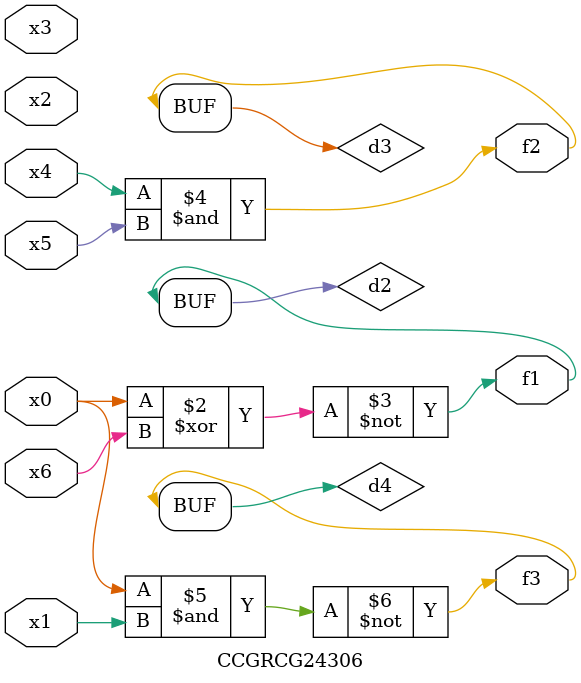
<source format=v>
module CCGRCG24306(
	input x0, x1, x2, x3, x4, x5, x6,
	output f1, f2, f3
);

	wire d1, d2, d3, d4;

	nor (d1, x0);
	xnor (d2, x0, x6);
	and (d3, x4, x5);
	nand (d4, x0, x1);
	assign f1 = d2;
	assign f2 = d3;
	assign f3 = d4;
endmodule

</source>
